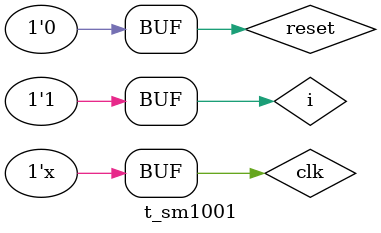
<source format=v>
module sm1001(y,clk,reset,i);
  output reg y;
  input clk,reset,i;
  reg [0:1]ps;
  reg [0:1]ns;
  
  always@(negedge clk)
  begin
    if(reset==1'b1)
      begin
        ps=2'b00;
        ns=2'b00;
      end
    else 
      begin
        case(ps)
          2'b00:
          if(i==1'b1)
            begin
              ns=2'b01;
              y=1'b0;
            end
          else
            begin
              ns=ps;
              y=1'b0;
            end
          
          2'b01:
          if(i==1'b0)
            begin
              ns=2'b10;
              y=1'b0;
            end
          else
            begin
              ns=ps;
              y=1'b0;
            end
        
          2'b10:
          if(i==1'b0)
            begin
              ns=2'b11;
              y=1'b0;
            end
          else
            begin
              ns=2'b01;
              y=1'b0;
            end
                 
          2'b11:
          if(i==1'b1)
            begin
              ns=2'b00;
              y=1'b1;
            end
          else
            begin
              ns=2'b01;
              y=1'b0;
            end
          endcase
        end
      end
      
      always@(negedge clk)
      begin
        ps=ns;
      end
      
    endmodule
    
    
    //tst bnch
    module t_sm1001();
    wire y;
    reg clk,reset,i;  
    
       sm1001 a1(y,clk,reset,i);   
       
       always
       begin
         #10;
         clk=~clk;
       end
       
       initial
       begin
         clk=1'b0;
         reset=1'b1;
         #20;
         reset=1'b0;
         
         i=1'b1;
         #50;
         i=1'b0;
         #50;       
         i=1'b1;
         #50;
         i=1'b1;
         #50; 
         i=1'b0;
         #50;
         i=1'b0;
         #50;
         i=1'b1;
         #50;
         i=1'b1;
         #50; 
       end
     endmodule
</source>
